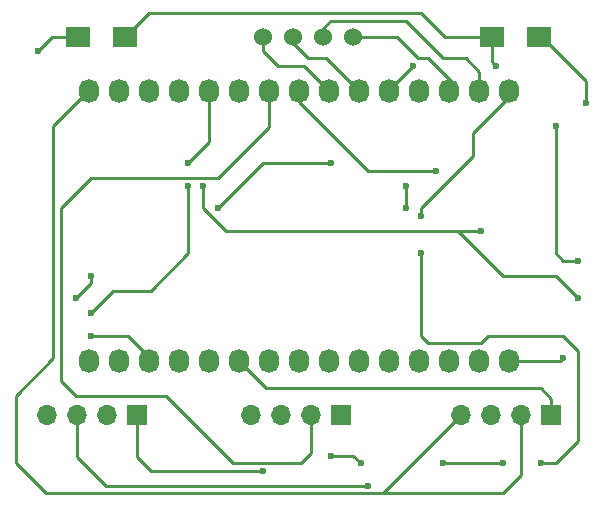
<source format=gbr>
G04 #@! TF.FileFunction,Copper,L2,Bot,Signal*
%FSLAX46Y46*%
G04 Gerber Fmt 4.6, Leading zero omitted, Abs format (unit mm)*
G04 Created by KiCad (PCBNEW 4.0.4-stable) date 02/23/17 00:53:12*
%MOMM*%
%LPD*%
G01*
G04 APERTURE LIST*
%ADD10C,0.100000*%
%ADD11R,1.700000X1.700000*%
%ADD12O,1.700000X1.700000*%
%ADD13C,1.524000*%
%ADD14R,2.000000X1.700000*%
%ADD15O,1.727200X2.032000*%
%ADD16C,0.600000*%
%ADD17C,0.250000*%
G04 APERTURE END LIST*
D10*
D11*
X73152000Y-64516000D03*
D12*
X70612000Y-64516000D03*
X68072000Y-64516000D03*
X65532000Y-64516000D03*
D11*
X90424000Y-64516000D03*
D12*
X87884000Y-64516000D03*
X85344000Y-64516000D03*
X82804000Y-64516000D03*
D13*
X83820000Y-32512000D03*
X86360000Y-32512000D03*
X88900000Y-32512000D03*
X91440000Y-32512000D03*
D11*
X108204000Y-64516000D03*
D12*
X105664000Y-64516000D03*
X103124000Y-64516000D03*
X100584000Y-64516000D03*
D14*
X72104000Y-32512000D03*
X68104000Y-32512000D03*
X103156000Y-32512000D03*
X107156000Y-32512000D03*
D15*
X104648000Y-59944000D03*
X102108000Y-59944000D03*
X99568000Y-59944000D03*
X97028000Y-59944000D03*
X94488000Y-59944000D03*
X91948000Y-59944000D03*
X89408000Y-59944000D03*
X86868000Y-59944000D03*
X84328000Y-59944000D03*
X81788000Y-59944000D03*
X79248000Y-59944000D03*
X76708000Y-59944000D03*
X74168000Y-59944000D03*
X71628000Y-59944000D03*
X69088000Y-59944000D03*
X104648000Y-37084000D03*
X74168000Y-37084000D03*
X71628000Y-37084000D03*
X76708000Y-37084000D03*
X91948000Y-37084000D03*
X94488000Y-37084000D03*
X89408000Y-37084000D03*
X69088000Y-37084000D03*
X84328000Y-37084000D03*
X86868000Y-37084000D03*
X81788000Y-37084000D03*
X79248000Y-37084000D03*
X99568000Y-37084000D03*
X97028000Y-37084000D03*
X102108000Y-37084000D03*
D16*
X97155000Y-47625000D03*
X97155000Y-50800000D03*
X107315000Y-68580000D03*
X104140000Y-68580000D03*
X99060000Y-68580000D03*
X92075000Y-68580000D03*
X89535000Y-67945000D03*
X83820000Y-69215000D03*
X77470000Y-43180000D03*
X77470000Y-45085000D03*
X69215000Y-55880000D03*
X109220000Y-59690000D03*
X92710000Y-70485000D03*
X69215000Y-57785000D03*
X102235000Y-48895000D03*
X78740000Y-45085000D03*
X110490000Y-54610000D03*
X103505000Y-34925000D03*
X95885000Y-45085000D03*
X95885000Y-46990000D03*
X64770000Y-33655000D03*
X96520000Y-34925000D03*
X110490000Y-51435000D03*
X108585000Y-40005000D03*
X89535000Y-43180000D03*
X80010000Y-46990000D03*
X69215000Y-52705000D03*
X67945000Y-54610000D03*
X111125000Y-38100000D03*
X98425000Y-43815000D03*
D17*
X104648000Y-37084000D02*
X104648000Y-37592000D01*
X104648000Y-37592000D02*
X101600000Y-40640000D01*
X101600000Y-40640000D02*
X101600000Y-42545000D01*
X101600000Y-42545000D02*
X97155000Y-46990000D01*
X97155000Y-46990000D02*
X97155000Y-47625000D01*
X97155000Y-50800000D02*
X97155000Y-57785000D01*
X97155000Y-57785000D02*
X97790000Y-58420000D01*
X97790000Y-58420000D02*
X102235000Y-58420000D01*
X102235000Y-58420000D02*
X102870000Y-57785000D01*
X102870000Y-57785000D02*
X109220000Y-57785000D01*
X109220000Y-57785000D02*
X110490000Y-59055000D01*
X110490000Y-59055000D02*
X110490000Y-66675000D01*
X110490000Y-66675000D02*
X108585000Y-68580000D01*
X108585000Y-68580000D02*
X107315000Y-68580000D01*
X104140000Y-68580000D02*
X99060000Y-68580000D01*
X92075000Y-68580000D02*
X91440000Y-67945000D01*
X91440000Y-67945000D02*
X89535000Y-67945000D01*
X83820000Y-69215000D02*
X74295000Y-69215000D01*
X74295000Y-69215000D02*
X73152000Y-68072000D01*
X73152000Y-68072000D02*
X73152000Y-64516000D01*
X79248000Y-41402000D02*
X79248000Y-37084000D01*
X77470000Y-43180000D02*
X79248000Y-41402000D01*
X77470000Y-50800000D02*
X77470000Y-45085000D01*
X74295000Y-53975000D02*
X77470000Y-50800000D01*
X71120000Y-53975000D02*
X74295000Y-53975000D01*
X69215000Y-55880000D02*
X71120000Y-53975000D01*
X68072000Y-64516000D02*
X68072000Y-68072000D01*
X108966000Y-59944000D02*
X104648000Y-59944000D01*
X109220000Y-59690000D02*
X108966000Y-59944000D01*
X70485000Y-70485000D02*
X92710000Y-70485000D01*
X68072000Y-68072000D02*
X70485000Y-70485000D01*
X72390000Y-57785000D02*
X74168000Y-59563000D01*
X69215000Y-57785000D02*
X72390000Y-57785000D01*
X74168000Y-59563000D02*
X74168000Y-59944000D01*
X87884000Y-67691000D02*
X87884000Y-64516000D01*
X86995000Y-68580000D02*
X87884000Y-67691000D01*
X81280000Y-68580000D02*
X86995000Y-68580000D01*
X75565000Y-62865000D02*
X81280000Y-68580000D01*
X67945000Y-62865000D02*
X75565000Y-62865000D01*
X66675000Y-61595000D02*
X67945000Y-62865000D01*
X66675000Y-46990000D02*
X66675000Y-61595000D01*
X69215000Y-44450000D02*
X66675000Y-46990000D01*
X80010000Y-44450000D02*
X69215000Y-44450000D01*
X84328000Y-40132000D02*
X80010000Y-44450000D01*
X84328000Y-37084000D02*
X84328000Y-40132000D01*
X83820000Y-32512000D02*
X83820000Y-33655000D01*
X87249000Y-34925000D02*
X89408000Y-37084000D01*
X85090000Y-34925000D02*
X87249000Y-34925000D01*
X83820000Y-33655000D02*
X85090000Y-34925000D01*
X86360000Y-32512000D02*
X86360000Y-33020000D01*
X86360000Y-33020000D02*
X87630000Y-34290000D01*
X87630000Y-34290000D02*
X89154000Y-34290000D01*
X89154000Y-34290000D02*
X91948000Y-37084000D01*
X88900000Y-32512000D02*
X88900000Y-31750000D01*
X88900000Y-31750000D02*
X89535000Y-31115000D01*
X89535000Y-31115000D02*
X95885000Y-31115000D01*
X95885000Y-31115000D02*
X99060000Y-34290000D01*
X99060000Y-34290000D02*
X100965000Y-34290000D01*
X100965000Y-34290000D02*
X102108000Y-35433000D01*
X102108000Y-35433000D02*
X102108000Y-37084000D01*
X91440000Y-32512000D02*
X95123000Y-32512000D01*
X97790000Y-34290000D02*
X99695000Y-36195000D01*
X96901000Y-34290000D02*
X97790000Y-34290000D01*
X95123000Y-32512000D02*
X96901000Y-34290000D01*
X99695000Y-36195000D02*
X99568000Y-37084000D01*
X108204000Y-64516000D02*
X108204000Y-63119000D01*
X84074000Y-62230000D02*
X81788000Y-59944000D01*
X107315000Y-62230000D02*
X84074000Y-62230000D01*
X108204000Y-63119000D02*
X107315000Y-62230000D01*
X93980000Y-71120000D02*
X104140000Y-71120000D01*
X105664000Y-69596000D02*
X105664000Y-64516000D01*
X104140000Y-71120000D02*
X105664000Y-69596000D01*
X69088000Y-37084000D02*
X68961000Y-37084000D01*
X68961000Y-37084000D02*
X66040000Y-40005000D01*
X66040000Y-40005000D02*
X66040000Y-59690000D01*
X66040000Y-59690000D02*
X62865000Y-62865000D01*
X62865000Y-62865000D02*
X62865000Y-68580000D01*
X62865000Y-68580000D02*
X65405000Y-71120000D01*
X65405000Y-71120000D02*
X93980000Y-71120000D01*
X93980000Y-71120000D02*
X100584000Y-64516000D01*
X100330000Y-48895000D02*
X102235000Y-48895000D01*
X78740000Y-46990000D02*
X78740000Y-45085000D01*
X80645000Y-48895000D02*
X78740000Y-46990000D01*
X100330000Y-48895000D02*
X80645000Y-48895000D01*
X104140000Y-52705000D02*
X100330000Y-48895000D01*
X108585000Y-52705000D02*
X104140000Y-52705000D01*
X110490000Y-54610000D02*
X108585000Y-52705000D01*
X103156000Y-34576000D02*
X103156000Y-32512000D01*
X103505000Y-34925000D02*
X103156000Y-34576000D01*
X95885000Y-46990000D02*
X95885000Y-45085000D01*
X103156000Y-32512000D02*
X99187000Y-32512000D01*
X99187000Y-32512000D02*
X97155000Y-30480000D01*
X97155000Y-30480000D02*
X74136000Y-30480000D01*
X74136000Y-30480000D02*
X72104000Y-32512000D01*
X65913000Y-32512000D02*
X68104000Y-32512000D01*
X64770000Y-33655000D02*
X65913000Y-32512000D01*
X94488000Y-36957000D02*
X96520000Y-34925000D01*
X109220000Y-51435000D02*
X110490000Y-51435000D01*
X108585000Y-50800000D02*
X109220000Y-51435000D01*
X108585000Y-40005000D02*
X108585000Y-50800000D01*
X94488000Y-37084000D02*
X94488000Y-36957000D01*
X83820000Y-43180000D02*
X89535000Y-43180000D01*
X80010000Y-46990000D02*
X83820000Y-43180000D01*
X69215000Y-53340000D02*
X69215000Y-52705000D01*
X67945000Y-54610000D02*
X69215000Y-53340000D01*
X107156000Y-32512000D02*
X107442000Y-32512000D01*
X107442000Y-32512000D02*
X111125000Y-36195000D01*
X111125000Y-36195000D02*
X111125000Y-38100000D01*
X86868000Y-37084000D02*
X86868000Y-37973000D01*
X86868000Y-37973000D02*
X92710000Y-43815000D01*
X92710000Y-43815000D02*
X98425000Y-43815000D01*
M02*

</source>
